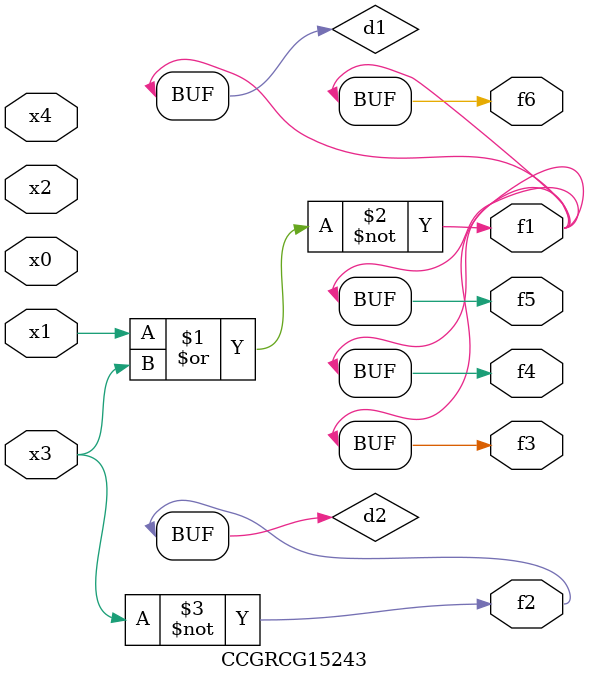
<source format=v>
module CCGRCG15243(
	input x0, x1, x2, x3, x4,
	output f1, f2, f3, f4, f5, f6
);

	wire d1, d2;

	nor (d1, x1, x3);
	not (d2, x3);
	assign f1 = d1;
	assign f2 = d2;
	assign f3 = d1;
	assign f4 = d1;
	assign f5 = d1;
	assign f6 = d1;
endmodule

</source>
